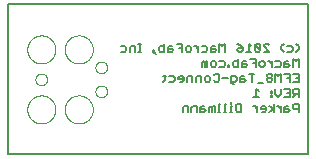
<source format=gbo>
G75*
%MOIN*%
%OFA0B0*%
%FSLAX25Y25*%
%IPPOS*%
%LPD*%
%AMOC8*
5,1,8,0,0,1.08239X$1,22.5*
%
%ADD10C,0.00500*%
%ADD11C,0.00000*%
D10*
X0003750Y0001400D02*
X0003750Y0051400D01*
X0103750Y0051400D01*
X0103750Y0001400D01*
X0003750Y0001400D01*
X0055401Y0025650D02*
X0055852Y0026100D01*
X0055852Y0027902D01*
X0056302Y0027452D02*
X0055401Y0027452D01*
X0057447Y0027452D02*
X0058798Y0027452D01*
X0059249Y0027001D01*
X0059249Y0026100D01*
X0058798Y0025650D01*
X0057447Y0025650D01*
X0060394Y0026551D02*
X0060394Y0027001D01*
X0060844Y0027452D01*
X0061745Y0027452D01*
X0062195Y0027001D01*
X0062195Y0026100D01*
X0061745Y0025650D01*
X0060844Y0025650D01*
X0060394Y0026551D02*
X0062195Y0026551D01*
X0063340Y0027001D02*
X0063340Y0025650D01*
X0065142Y0025650D02*
X0065142Y0027452D01*
X0063791Y0027452D01*
X0063340Y0027001D01*
X0066287Y0027001D02*
X0066287Y0025650D01*
X0068088Y0025650D02*
X0068088Y0027452D01*
X0066737Y0027452D01*
X0066287Y0027001D01*
X0069233Y0027001D02*
X0069233Y0026100D01*
X0069684Y0025650D01*
X0070584Y0025650D01*
X0071035Y0026100D01*
X0071035Y0027001D01*
X0070584Y0027452D01*
X0069684Y0027452D01*
X0069233Y0027001D01*
X0072180Y0026100D02*
X0072630Y0025650D01*
X0073531Y0025650D01*
X0073981Y0026100D01*
X0073981Y0027902D01*
X0073531Y0028352D01*
X0072630Y0028352D01*
X0072180Y0027902D01*
X0075126Y0027001D02*
X0076928Y0027001D01*
X0078073Y0027452D02*
X0079424Y0027452D01*
X0079874Y0027001D01*
X0079874Y0026100D01*
X0079424Y0025650D01*
X0078073Y0025650D01*
X0078073Y0025200D02*
X0078073Y0027452D01*
X0081019Y0027001D02*
X0081019Y0025650D01*
X0082371Y0025650D01*
X0082821Y0026100D01*
X0082371Y0026551D01*
X0081019Y0026551D01*
X0081019Y0027001D02*
X0081470Y0027452D01*
X0082371Y0027452D01*
X0083966Y0028352D02*
X0085767Y0028352D01*
X0084867Y0028352D02*
X0084867Y0025650D01*
X0086912Y0025200D02*
X0088714Y0025200D01*
X0089859Y0026100D02*
X0090309Y0025650D01*
X0091210Y0025650D01*
X0091660Y0026100D01*
X0091660Y0026551D01*
X0091210Y0027001D01*
X0090309Y0027001D01*
X0089859Y0026551D01*
X0089859Y0026100D01*
X0090309Y0027001D02*
X0089859Y0027452D01*
X0089859Y0027902D01*
X0090309Y0028352D01*
X0091210Y0028352D01*
X0091660Y0027902D01*
X0091660Y0027452D01*
X0091210Y0027001D01*
X0092805Y0028352D02*
X0092805Y0025650D01*
X0094607Y0025650D02*
X0094607Y0028352D01*
X0093706Y0027452D01*
X0092805Y0028352D01*
X0095752Y0028352D02*
X0097553Y0028352D01*
X0097553Y0025650D01*
X0098698Y0025650D02*
X0100500Y0025650D01*
X0100500Y0028352D01*
X0098698Y0028352D01*
X0099599Y0027001D02*
X0100500Y0027001D01*
X0097553Y0027001D02*
X0096653Y0027001D01*
X0097103Y0030650D02*
X0095752Y0030650D01*
X0095752Y0032001D01*
X0096202Y0032452D01*
X0097103Y0032452D01*
X0097103Y0031551D02*
X0095752Y0031551D01*
X0094607Y0032001D02*
X0094607Y0031100D01*
X0094157Y0030650D01*
X0092805Y0030650D01*
X0091660Y0030650D02*
X0091660Y0032452D01*
X0090760Y0032452D02*
X0090309Y0032452D01*
X0090760Y0032452D02*
X0091660Y0031551D01*
X0092805Y0032452D02*
X0094157Y0032452D01*
X0094607Y0032001D01*
X0097103Y0031551D02*
X0097553Y0031100D01*
X0097103Y0030650D01*
X0098698Y0030650D02*
X0098698Y0033352D01*
X0099599Y0032452D01*
X0100500Y0033352D01*
X0100500Y0030650D01*
X0099599Y0035650D02*
X0100500Y0036551D01*
X0100500Y0037452D01*
X0099599Y0038352D01*
X0098536Y0037001D02*
X0098085Y0037452D01*
X0096734Y0037452D01*
X0095589Y0038352D02*
X0094688Y0037452D01*
X0094688Y0036551D01*
X0095589Y0035650D01*
X0096734Y0035650D02*
X0098085Y0035650D01*
X0098536Y0036100D01*
X0098536Y0037001D01*
X0090678Y0037902D02*
X0090228Y0038352D01*
X0089327Y0038352D01*
X0088877Y0037902D01*
X0088877Y0037452D01*
X0090678Y0035650D01*
X0088877Y0035650D01*
X0087732Y0036100D02*
X0087281Y0035650D01*
X0086381Y0035650D01*
X0085930Y0036100D01*
X0085930Y0037902D01*
X0087732Y0036100D01*
X0087732Y0037902D01*
X0087281Y0038352D01*
X0086381Y0038352D01*
X0085930Y0037902D01*
X0084785Y0037452D02*
X0083884Y0038352D01*
X0083884Y0035650D01*
X0082984Y0035650D02*
X0084785Y0035650D01*
X0081839Y0036100D02*
X0081839Y0037001D01*
X0080488Y0037001D01*
X0080037Y0036551D01*
X0080037Y0036100D01*
X0080488Y0035650D01*
X0081388Y0035650D01*
X0081839Y0036100D01*
X0081839Y0037001D02*
X0080938Y0037902D01*
X0080037Y0038352D01*
X0075946Y0038352D02*
X0075045Y0037452D01*
X0074144Y0038352D01*
X0074144Y0035650D01*
X0072999Y0036100D02*
X0072549Y0036551D01*
X0071198Y0036551D01*
X0071198Y0037001D02*
X0071198Y0035650D01*
X0072549Y0035650D01*
X0072999Y0036100D01*
X0072549Y0037452D02*
X0071648Y0037452D01*
X0071198Y0037001D01*
X0070053Y0037001D02*
X0070053Y0036100D01*
X0069602Y0035650D01*
X0068251Y0035650D01*
X0067106Y0035650D02*
X0067106Y0037452D01*
X0067106Y0036551D02*
X0066205Y0037452D01*
X0065755Y0037452D01*
X0064651Y0037001D02*
X0064651Y0036100D01*
X0064200Y0035650D01*
X0063300Y0035650D01*
X0062849Y0036100D01*
X0062849Y0037001D01*
X0063300Y0037452D01*
X0064200Y0037452D01*
X0064651Y0037001D01*
X0061704Y0037001D02*
X0060803Y0037001D01*
X0061704Y0038352D02*
X0059903Y0038352D01*
X0061704Y0038352D02*
X0061704Y0035650D01*
X0058758Y0036100D02*
X0058307Y0035650D01*
X0056956Y0035650D01*
X0056956Y0037001D01*
X0057407Y0037452D01*
X0058307Y0037452D01*
X0058307Y0036551D02*
X0056956Y0036551D01*
X0055811Y0037452D02*
X0054460Y0037452D01*
X0054010Y0037001D01*
X0054010Y0036100D01*
X0054460Y0035650D01*
X0055811Y0035650D01*
X0055811Y0038352D01*
X0058307Y0036551D02*
X0058758Y0036100D01*
X0052865Y0034749D02*
X0051964Y0035650D01*
X0052414Y0035650D01*
X0052414Y0036100D01*
X0051964Y0036100D01*
X0051964Y0035650D01*
X0047954Y0035650D02*
X0047053Y0035650D01*
X0047503Y0035650D02*
X0047503Y0038352D01*
X0047053Y0038352D02*
X0047954Y0038352D01*
X0045989Y0037452D02*
X0044638Y0037452D01*
X0044188Y0037001D01*
X0044188Y0035650D01*
X0043043Y0036100D02*
X0042593Y0035650D01*
X0041241Y0035650D01*
X0043043Y0036100D02*
X0043043Y0037001D01*
X0042593Y0037452D01*
X0041241Y0037452D01*
X0045989Y0037452D02*
X0045989Y0035650D01*
X0068251Y0037452D02*
X0069602Y0037452D01*
X0070053Y0037001D01*
X0075946Y0035650D02*
X0075946Y0038352D01*
X0080365Y0033352D02*
X0080365Y0030650D01*
X0079014Y0030650D01*
X0078564Y0031100D01*
X0078564Y0032001D01*
X0079014Y0032452D01*
X0080365Y0032452D01*
X0081510Y0032001D02*
X0081510Y0030650D01*
X0082862Y0030650D01*
X0083312Y0031100D01*
X0082862Y0031551D01*
X0081510Y0031551D01*
X0081510Y0032001D02*
X0081961Y0032452D01*
X0082862Y0032452D01*
X0084457Y0033352D02*
X0086259Y0033352D01*
X0086259Y0030650D01*
X0087403Y0031100D02*
X0087403Y0032001D01*
X0087854Y0032452D01*
X0088755Y0032452D01*
X0089205Y0032001D01*
X0089205Y0031100D01*
X0088755Y0030650D01*
X0087854Y0030650D01*
X0087403Y0031100D01*
X0086259Y0032001D02*
X0085358Y0032001D01*
X0077419Y0031100D02*
X0076969Y0031100D01*
X0076969Y0030650D01*
X0077419Y0030650D01*
X0077419Y0031100D01*
X0075946Y0031100D02*
X0075946Y0032001D01*
X0075495Y0032452D01*
X0074144Y0032452D01*
X0072999Y0032001D02*
X0072999Y0031100D01*
X0072549Y0030650D01*
X0071648Y0030650D01*
X0071198Y0031100D01*
X0071198Y0032001D01*
X0071648Y0032452D01*
X0072549Y0032452D01*
X0072999Y0032001D01*
X0074144Y0030650D02*
X0075495Y0030650D01*
X0075946Y0031100D01*
X0070053Y0030650D02*
X0070053Y0032452D01*
X0069602Y0032452D01*
X0069152Y0032001D01*
X0068702Y0032452D01*
X0068251Y0032001D01*
X0068251Y0030650D01*
X0069152Y0030650D02*
X0069152Y0032001D01*
X0078073Y0025200D02*
X0078523Y0024749D01*
X0078974Y0024749D01*
X0086340Y0023352D02*
X0086340Y0020650D01*
X0087241Y0020650D02*
X0085439Y0020650D01*
X0087241Y0022452D02*
X0086340Y0023352D01*
X0091210Y0022452D02*
X0091210Y0022001D01*
X0091660Y0022001D01*
X0091660Y0022452D01*
X0091210Y0022452D01*
X0092805Y0021551D02*
X0092805Y0023352D01*
X0094607Y0023352D02*
X0094607Y0021551D01*
X0093706Y0020650D01*
X0092805Y0021551D01*
X0091660Y0021100D02*
X0091660Y0020650D01*
X0091210Y0020650D01*
X0091210Y0021100D01*
X0091660Y0021100D01*
X0095752Y0020650D02*
X0097553Y0020650D01*
X0097553Y0023352D01*
X0095752Y0023352D01*
X0096653Y0022001D02*
X0097553Y0022001D01*
X0098698Y0022001D02*
X0099149Y0021551D01*
X0100500Y0021551D01*
X0099599Y0021551D02*
X0098698Y0020650D01*
X0098698Y0022001D02*
X0098698Y0022902D01*
X0099149Y0023352D01*
X0100500Y0023352D01*
X0100500Y0020650D01*
X0100500Y0018352D02*
X0099149Y0018352D01*
X0098698Y0017902D01*
X0098698Y0017001D01*
X0099149Y0016551D01*
X0100500Y0016551D01*
X0100500Y0015650D02*
X0100500Y0018352D01*
X0097103Y0017452D02*
X0096202Y0017452D01*
X0095752Y0017001D01*
X0095752Y0015650D01*
X0097103Y0015650D01*
X0097553Y0016100D01*
X0097103Y0016551D01*
X0095752Y0016551D01*
X0094607Y0016551D02*
X0093706Y0017452D01*
X0093256Y0017452D01*
X0094607Y0017452D02*
X0094607Y0015650D01*
X0092152Y0015650D02*
X0092152Y0018352D01*
X0090800Y0017452D02*
X0092152Y0016551D01*
X0090800Y0015650D01*
X0089696Y0016100D02*
X0089696Y0017001D01*
X0089246Y0017452D01*
X0088345Y0017452D01*
X0087895Y0017001D01*
X0087895Y0016551D01*
X0089696Y0016551D01*
X0089696Y0016100D02*
X0089246Y0015650D01*
X0088345Y0015650D01*
X0086750Y0015650D02*
X0086750Y0017452D01*
X0085849Y0017452D02*
X0085398Y0017452D01*
X0085849Y0017452D02*
X0086750Y0016551D01*
X0081348Y0015650D02*
X0079997Y0015650D01*
X0079546Y0016100D01*
X0079546Y0017902D01*
X0079997Y0018352D01*
X0081348Y0018352D01*
X0081348Y0015650D01*
X0078401Y0015650D02*
X0077500Y0015650D01*
X0077951Y0015650D02*
X0077951Y0017452D01*
X0078401Y0017452D01*
X0077951Y0018352D02*
X0077951Y0018803D01*
X0076437Y0018352D02*
X0075986Y0018352D01*
X0075986Y0015650D01*
X0075536Y0015650D02*
X0076437Y0015650D01*
X0074472Y0015650D02*
X0073572Y0015650D01*
X0074022Y0015650D02*
X0074022Y0018352D01*
X0074472Y0018352D01*
X0072508Y0017452D02*
X0072058Y0017452D01*
X0071607Y0017001D01*
X0071157Y0017452D01*
X0070707Y0017001D01*
X0070707Y0015650D01*
X0071607Y0015650D02*
X0071607Y0017001D01*
X0072508Y0017452D02*
X0072508Y0015650D01*
X0069562Y0016100D02*
X0069111Y0015650D01*
X0067760Y0015650D01*
X0067760Y0017001D01*
X0068210Y0017452D01*
X0069111Y0017452D01*
X0069111Y0016551D02*
X0067760Y0016551D01*
X0069111Y0016551D02*
X0069562Y0016100D01*
X0066615Y0015650D02*
X0066615Y0017452D01*
X0065264Y0017452D01*
X0064814Y0017001D01*
X0064814Y0015650D01*
X0063669Y0015650D02*
X0063669Y0017452D01*
X0062317Y0017452D01*
X0061867Y0017001D01*
X0061867Y0015650D01*
D11*
X0032800Y0022400D02*
X0032802Y0022488D01*
X0032808Y0022576D01*
X0032818Y0022664D01*
X0032832Y0022751D01*
X0032850Y0022837D01*
X0032871Y0022922D01*
X0032897Y0023007D01*
X0032926Y0023090D01*
X0032959Y0023172D01*
X0032996Y0023252D01*
X0033036Y0023330D01*
X0033080Y0023407D01*
X0033127Y0023481D01*
X0033178Y0023553D01*
X0033231Y0023623D01*
X0033288Y0023691D01*
X0033348Y0023755D01*
X0033411Y0023817D01*
X0033476Y0023876D01*
X0033544Y0023932D01*
X0033615Y0023985D01*
X0033687Y0024035D01*
X0033762Y0024081D01*
X0033839Y0024124D01*
X0033918Y0024164D01*
X0033999Y0024199D01*
X0034081Y0024232D01*
X0034164Y0024260D01*
X0034249Y0024285D01*
X0034335Y0024305D01*
X0034421Y0024322D01*
X0034508Y0024335D01*
X0034596Y0024344D01*
X0034684Y0024349D01*
X0034772Y0024350D01*
X0034860Y0024347D01*
X0034948Y0024340D01*
X0035035Y0024329D01*
X0035122Y0024314D01*
X0035208Y0024295D01*
X0035294Y0024273D01*
X0035378Y0024246D01*
X0035460Y0024216D01*
X0035542Y0024182D01*
X0035622Y0024144D01*
X0035699Y0024103D01*
X0035775Y0024059D01*
X0035849Y0024011D01*
X0035921Y0023959D01*
X0035990Y0023905D01*
X0036057Y0023847D01*
X0036121Y0023787D01*
X0036182Y0023723D01*
X0036241Y0023657D01*
X0036296Y0023589D01*
X0036348Y0023517D01*
X0036397Y0023444D01*
X0036442Y0023369D01*
X0036484Y0023291D01*
X0036523Y0023212D01*
X0036558Y0023131D01*
X0036589Y0023048D01*
X0036616Y0022965D01*
X0036640Y0022880D01*
X0036660Y0022794D01*
X0036676Y0022707D01*
X0036688Y0022620D01*
X0036696Y0022532D01*
X0036700Y0022444D01*
X0036700Y0022356D01*
X0036696Y0022268D01*
X0036688Y0022180D01*
X0036676Y0022093D01*
X0036660Y0022006D01*
X0036640Y0021920D01*
X0036616Y0021835D01*
X0036589Y0021752D01*
X0036558Y0021669D01*
X0036523Y0021588D01*
X0036484Y0021509D01*
X0036442Y0021431D01*
X0036397Y0021356D01*
X0036348Y0021283D01*
X0036296Y0021211D01*
X0036241Y0021143D01*
X0036182Y0021077D01*
X0036121Y0021013D01*
X0036057Y0020953D01*
X0035990Y0020895D01*
X0035921Y0020841D01*
X0035849Y0020789D01*
X0035775Y0020741D01*
X0035699Y0020697D01*
X0035622Y0020656D01*
X0035542Y0020618D01*
X0035460Y0020584D01*
X0035378Y0020554D01*
X0035294Y0020527D01*
X0035208Y0020505D01*
X0035122Y0020486D01*
X0035035Y0020471D01*
X0034948Y0020460D01*
X0034860Y0020453D01*
X0034772Y0020450D01*
X0034684Y0020451D01*
X0034596Y0020456D01*
X0034508Y0020465D01*
X0034421Y0020478D01*
X0034335Y0020495D01*
X0034249Y0020515D01*
X0034164Y0020540D01*
X0034081Y0020568D01*
X0033999Y0020601D01*
X0033918Y0020636D01*
X0033839Y0020676D01*
X0033762Y0020719D01*
X0033687Y0020765D01*
X0033615Y0020815D01*
X0033544Y0020868D01*
X0033476Y0020924D01*
X0033411Y0020983D01*
X0033348Y0021045D01*
X0033288Y0021109D01*
X0033231Y0021177D01*
X0033178Y0021247D01*
X0033127Y0021319D01*
X0033080Y0021393D01*
X0033036Y0021470D01*
X0032996Y0021548D01*
X0032959Y0021628D01*
X0032926Y0021710D01*
X0032897Y0021793D01*
X0032871Y0021878D01*
X0032850Y0021963D01*
X0032832Y0022049D01*
X0032818Y0022136D01*
X0032808Y0022224D01*
X0032802Y0022312D01*
X0032800Y0022400D01*
X0022575Y0016400D02*
X0022577Y0016537D01*
X0022583Y0016673D01*
X0022593Y0016809D01*
X0022607Y0016945D01*
X0022625Y0017081D01*
X0022647Y0017216D01*
X0022672Y0017350D01*
X0022702Y0017483D01*
X0022736Y0017615D01*
X0022773Y0017747D01*
X0022814Y0017877D01*
X0022860Y0018006D01*
X0022908Y0018134D01*
X0022961Y0018260D01*
X0023017Y0018384D01*
X0023077Y0018507D01*
X0023140Y0018628D01*
X0023207Y0018747D01*
X0023277Y0018864D01*
X0023351Y0018980D01*
X0023428Y0019092D01*
X0023508Y0019203D01*
X0023592Y0019311D01*
X0023679Y0019417D01*
X0023768Y0019520D01*
X0023861Y0019620D01*
X0023956Y0019718D01*
X0024055Y0019813D01*
X0024156Y0019905D01*
X0024260Y0019993D01*
X0024366Y0020079D01*
X0024475Y0020162D01*
X0024586Y0020241D01*
X0024699Y0020318D01*
X0024815Y0020391D01*
X0024932Y0020460D01*
X0025052Y0020526D01*
X0025173Y0020588D01*
X0025297Y0020647D01*
X0025422Y0020703D01*
X0025548Y0020754D01*
X0025676Y0020802D01*
X0025805Y0020846D01*
X0025936Y0020887D01*
X0026068Y0020923D01*
X0026200Y0020956D01*
X0026334Y0020984D01*
X0026468Y0021009D01*
X0026603Y0021030D01*
X0026739Y0021047D01*
X0026875Y0021060D01*
X0027011Y0021069D01*
X0027148Y0021074D01*
X0027284Y0021075D01*
X0027421Y0021072D01*
X0027557Y0021065D01*
X0027693Y0021054D01*
X0027829Y0021039D01*
X0027964Y0021020D01*
X0028099Y0020997D01*
X0028233Y0020970D01*
X0028366Y0020940D01*
X0028498Y0020905D01*
X0028630Y0020867D01*
X0028759Y0020825D01*
X0028888Y0020779D01*
X0029015Y0020729D01*
X0029141Y0020675D01*
X0029265Y0020618D01*
X0029388Y0020558D01*
X0029508Y0020493D01*
X0029627Y0020426D01*
X0029743Y0020355D01*
X0029858Y0020280D01*
X0029970Y0020202D01*
X0030080Y0020121D01*
X0030188Y0020037D01*
X0030293Y0019949D01*
X0030395Y0019859D01*
X0030495Y0019766D01*
X0030592Y0019669D01*
X0030686Y0019570D01*
X0030777Y0019469D01*
X0030865Y0019364D01*
X0030950Y0019257D01*
X0031032Y0019148D01*
X0031111Y0019036D01*
X0031186Y0018922D01*
X0031258Y0018806D01*
X0031327Y0018688D01*
X0031392Y0018568D01*
X0031454Y0018446D01*
X0031512Y0018322D01*
X0031566Y0018197D01*
X0031617Y0018070D01*
X0031663Y0017942D01*
X0031707Y0017812D01*
X0031746Y0017681D01*
X0031782Y0017549D01*
X0031813Y0017416D01*
X0031841Y0017283D01*
X0031865Y0017148D01*
X0031885Y0017013D01*
X0031901Y0016877D01*
X0031913Y0016741D01*
X0031921Y0016605D01*
X0031925Y0016468D01*
X0031925Y0016332D01*
X0031921Y0016195D01*
X0031913Y0016059D01*
X0031901Y0015923D01*
X0031885Y0015787D01*
X0031865Y0015652D01*
X0031841Y0015517D01*
X0031813Y0015384D01*
X0031782Y0015251D01*
X0031746Y0015119D01*
X0031707Y0014988D01*
X0031663Y0014858D01*
X0031617Y0014730D01*
X0031566Y0014603D01*
X0031512Y0014478D01*
X0031454Y0014354D01*
X0031392Y0014232D01*
X0031327Y0014112D01*
X0031258Y0013994D01*
X0031186Y0013878D01*
X0031111Y0013764D01*
X0031032Y0013652D01*
X0030950Y0013543D01*
X0030865Y0013436D01*
X0030777Y0013331D01*
X0030686Y0013230D01*
X0030592Y0013131D01*
X0030495Y0013034D01*
X0030395Y0012941D01*
X0030293Y0012851D01*
X0030188Y0012763D01*
X0030080Y0012679D01*
X0029970Y0012598D01*
X0029858Y0012520D01*
X0029743Y0012445D01*
X0029627Y0012374D01*
X0029508Y0012307D01*
X0029388Y0012242D01*
X0029265Y0012182D01*
X0029141Y0012125D01*
X0029015Y0012071D01*
X0028888Y0012021D01*
X0028759Y0011975D01*
X0028630Y0011933D01*
X0028498Y0011895D01*
X0028366Y0011860D01*
X0028233Y0011830D01*
X0028099Y0011803D01*
X0027964Y0011780D01*
X0027829Y0011761D01*
X0027693Y0011746D01*
X0027557Y0011735D01*
X0027421Y0011728D01*
X0027284Y0011725D01*
X0027148Y0011726D01*
X0027011Y0011731D01*
X0026875Y0011740D01*
X0026739Y0011753D01*
X0026603Y0011770D01*
X0026468Y0011791D01*
X0026334Y0011816D01*
X0026200Y0011844D01*
X0026068Y0011877D01*
X0025936Y0011913D01*
X0025805Y0011954D01*
X0025676Y0011998D01*
X0025548Y0012046D01*
X0025422Y0012097D01*
X0025297Y0012153D01*
X0025173Y0012212D01*
X0025052Y0012274D01*
X0024932Y0012340D01*
X0024815Y0012409D01*
X0024699Y0012482D01*
X0024586Y0012559D01*
X0024475Y0012638D01*
X0024366Y0012721D01*
X0024260Y0012807D01*
X0024156Y0012895D01*
X0024055Y0012987D01*
X0023956Y0013082D01*
X0023861Y0013180D01*
X0023768Y0013280D01*
X0023679Y0013383D01*
X0023592Y0013489D01*
X0023508Y0013597D01*
X0023428Y0013708D01*
X0023351Y0013820D01*
X0023277Y0013936D01*
X0023207Y0014053D01*
X0023140Y0014172D01*
X0023077Y0014293D01*
X0023017Y0014416D01*
X0022961Y0014540D01*
X0022908Y0014666D01*
X0022860Y0014794D01*
X0022814Y0014923D01*
X0022773Y0015053D01*
X0022736Y0015185D01*
X0022702Y0015317D01*
X0022672Y0015450D01*
X0022647Y0015584D01*
X0022625Y0015719D01*
X0022607Y0015855D01*
X0022593Y0015991D01*
X0022583Y0016127D01*
X0022577Y0016263D01*
X0022575Y0016400D01*
X0010075Y0016400D02*
X0010077Y0016537D01*
X0010083Y0016673D01*
X0010093Y0016809D01*
X0010107Y0016945D01*
X0010125Y0017081D01*
X0010147Y0017216D01*
X0010172Y0017350D01*
X0010202Y0017483D01*
X0010236Y0017615D01*
X0010273Y0017747D01*
X0010314Y0017877D01*
X0010360Y0018006D01*
X0010408Y0018134D01*
X0010461Y0018260D01*
X0010517Y0018384D01*
X0010577Y0018507D01*
X0010640Y0018628D01*
X0010707Y0018747D01*
X0010777Y0018864D01*
X0010851Y0018980D01*
X0010928Y0019092D01*
X0011008Y0019203D01*
X0011092Y0019311D01*
X0011179Y0019417D01*
X0011268Y0019520D01*
X0011361Y0019620D01*
X0011456Y0019718D01*
X0011555Y0019813D01*
X0011656Y0019905D01*
X0011760Y0019993D01*
X0011866Y0020079D01*
X0011975Y0020162D01*
X0012086Y0020241D01*
X0012199Y0020318D01*
X0012315Y0020391D01*
X0012432Y0020460D01*
X0012552Y0020526D01*
X0012673Y0020588D01*
X0012797Y0020647D01*
X0012922Y0020703D01*
X0013048Y0020754D01*
X0013176Y0020802D01*
X0013305Y0020846D01*
X0013436Y0020887D01*
X0013568Y0020923D01*
X0013700Y0020956D01*
X0013834Y0020984D01*
X0013968Y0021009D01*
X0014103Y0021030D01*
X0014239Y0021047D01*
X0014375Y0021060D01*
X0014511Y0021069D01*
X0014648Y0021074D01*
X0014784Y0021075D01*
X0014921Y0021072D01*
X0015057Y0021065D01*
X0015193Y0021054D01*
X0015329Y0021039D01*
X0015464Y0021020D01*
X0015599Y0020997D01*
X0015733Y0020970D01*
X0015866Y0020940D01*
X0015998Y0020905D01*
X0016130Y0020867D01*
X0016259Y0020825D01*
X0016388Y0020779D01*
X0016515Y0020729D01*
X0016641Y0020675D01*
X0016765Y0020618D01*
X0016888Y0020558D01*
X0017008Y0020493D01*
X0017127Y0020426D01*
X0017243Y0020355D01*
X0017358Y0020280D01*
X0017470Y0020202D01*
X0017580Y0020121D01*
X0017688Y0020037D01*
X0017793Y0019949D01*
X0017895Y0019859D01*
X0017995Y0019766D01*
X0018092Y0019669D01*
X0018186Y0019570D01*
X0018277Y0019469D01*
X0018365Y0019364D01*
X0018450Y0019257D01*
X0018532Y0019148D01*
X0018611Y0019036D01*
X0018686Y0018922D01*
X0018758Y0018806D01*
X0018827Y0018688D01*
X0018892Y0018568D01*
X0018954Y0018446D01*
X0019012Y0018322D01*
X0019066Y0018197D01*
X0019117Y0018070D01*
X0019163Y0017942D01*
X0019207Y0017812D01*
X0019246Y0017681D01*
X0019282Y0017549D01*
X0019313Y0017416D01*
X0019341Y0017283D01*
X0019365Y0017148D01*
X0019385Y0017013D01*
X0019401Y0016877D01*
X0019413Y0016741D01*
X0019421Y0016605D01*
X0019425Y0016468D01*
X0019425Y0016332D01*
X0019421Y0016195D01*
X0019413Y0016059D01*
X0019401Y0015923D01*
X0019385Y0015787D01*
X0019365Y0015652D01*
X0019341Y0015517D01*
X0019313Y0015384D01*
X0019282Y0015251D01*
X0019246Y0015119D01*
X0019207Y0014988D01*
X0019163Y0014858D01*
X0019117Y0014730D01*
X0019066Y0014603D01*
X0019012Y0014478D01*
X0018954Y0014354D01*
X0018892Y0014232D01*
X0018827Y0014112D01*
X0018758Y0013994D01*
X0018686Y0013878D01*
X0018611Y0013764D01*
X0018532Y0013652D01*
X0018450Y0013543D01*
X0018365Y0013436D01*
X0018277Y0013331D01*
X0018186Y0013230D01*
X0018092Y0013131D01*
X0017995Y0013034D01*
X0017895Y0012941D01*
X0017793Y0012851D01*
X0017688Y0012763D01*
X0017580Y0012679D01*
X0017470Y0012598D01*
X0017358Y0012520D01*
X0017243Y0012445D01*
X0017127Y0012374D01*
X0017008Y0012307D01*
X0016888Y0012242D01*
X0016765Y0012182D01*
X0016641Y0012125D01*
X0016515Y0012071D01*
X0016388Y0012021D01*
X0016259Y0011975D01*
X0016130Y0011933D01*
X0015998Y0011895D01*
X0015866Y0011860D01*
X0015733Y0011830D01*
X0015599Y0011803D01*
X0015464Y0011780D01*
X0015329Y0011761D01*
X0015193Y0011746D01*
X0015057Y0011735D01*
X0014921Y0011728D01*
X0014784Y0011725D01*
X0014648Y0011726D01*
X0014511Y0011731D01*
X0014375Y0011740D01*
X0014239Y0011753D01*
X0014103Y0011770D01*
X0013968Y0011791D01*
X0013834Y0011816D01*
X0013700Y0011844D01*
X0013568Y0011877D01*
X0013436Y0011913D01*
X0013305Y0011954D01*
X0013176Y0011998D01*
X0013048Y0012046D01*
X0012922Y0012097D01*
X0012797Y0012153D01*
X0012673Y0012212D01*
X0012552Y0012274D01*
X0012432Y0012340D01*
X0012315Y0012409D01*
X0012199Y0012482D01*
X0012086Y0012559D01*
X0011975Y0012638D01*
X0011866Y0012721D01*
X0011760Y0012807D01*
X0011656Y0012895D01*
X0011555Y0012987D01*
X0011456Y0013082D01*
X0011361Y0013180D01*
X0011268Y0013280D01*
X0011179Y0013383D01*
X0011092Y0013489D01*
X0011008Y0013597D01*
X0010928Y0013708D01*
X0010851Y0013820D01*
X0010777Y0013936D01*
X0010707Y0014053D01*
X0010640Y0014172D01*
X0010577Y0014293D01*
X0010517Y0014416D01*
X0010461Y0014540D01*
X0010408Y0014666D01*
X0010360Y0014794D01*
X0010314Y0014923D01*
X0010273Y0015053D01*
X0010236Y0015185D01*
X0010202Y0015317D01*
X0010172Y0015450D01*
X0010147Y0015584D01*
X0010125Y0015719D01*
X0010107Y0015855D01*
X0010093Y0015991D01*
X0010083Y0016127D01*
X0010077Y0016263D01*
X0010075Y0016400D01*
X0012800Y0026400D02*
X0012802Y0026488D01*
X0012808Y0026576D01*
X0012818Y0026664D01*
X0012832Y0026751D01*
X0012850Y0026837D01*
X0012871Y0026922D01*
X0012897Y0027007D01*
X0012926Y0027090D01*
X0012959Y0027172D01*
X0012996Y0027252D01*
X0013036Y0027330D01*
X0013080Y0027407D01*
X0013127Y0027481D01*
X0013178Y0027553D01*
X0013231Y0027623D01*
X0013288Y0027691D01*
X0013348Y0027755D01*
X0013411Y0027817D01*
X0013476Y0027876D01*
X0013544Y0027932D01*
X0013615Y0027985D01*
X0013687Y0028035D01*
X0013762Y0028081D01*
X0013839Y0028124D01*
X0013918Y0028164D01*
X0013999Y0028199D01*
X0014081Y0028232D01*
X0014164Y0028260D01*
X0014249Y0028285D01*
X0014335Y0028305D01*
X0014421Y0028322D01*
X0014508Y0028335D01*
X0014596Y0028344D01*
X0014684Y0028349D01*
X0014772Y0028350D01*
X0014860Y0028347D01*
X0014948Y0028340D01*
X0015035Y0028329D01*
X0015122Y0028314D01*
X0015208Y0028295D01*
X0015294Y0028273D01*
X0015378Y0028246D01*
X0015460Y0028216D01*
X0015542Y0028182D01*
X0015622Y0028144D01*
X0015699Y0028103D01*
X0015775Y0028059D01*
X0015849Y0028011D01*
X0015921Y0027959D01*
X0015990Y0027905D01*
X0016057Y0027847D01*
X0016121Y0027787D01*
X0016182Y0027723D01*
X0016241Y0027657D01*
X0016296Y0027589D01*
X0016348Y0027517D01*
X0016397Y0027444D01*
X0016442Y0027369D01*
X0016484Y0027291D01*
X0016523Y0027212D01*
X0016558Y0027131D01*
X0016589Y0027048D01*
X0016616Y0026965D01*
X0016640Y0026880D01*
X0016660Y0026794D01*
X0016676Y0026707D01*
X0016688Y0026620D01*
X0016696Y0026532D01*
X0016700Y0026444D01*
X0016700Y0026356D01*
X0016696Y0026268D01*
X0016688Y0026180D01*
X0016676Y0026093D01*
X0016660Y0026006D01*
X0016640Y0025920D01*
X0016616Y0025835D01*
X0016589Y0025752D01*
X0016558Y0025669D01*
X0016523Y0025588D01*
X0016484Y0025509D01*
X0016442Y0025431D01*
X0016397Y0025356D01*
X0016348Y0025283D01*
X0016296Y0025211D01*
X0016241Y0025143D01*
X0016182Y0025077D01*
X0016121Y0025013D01*
X0016057Y0024953D01*
X0015990Y0024895D01*
X0015921Y0024841D01*
X0015849Y0024789D01*
X0015775Y0024741D01*
X0015699Y0024697D01*
X0015622Y0024656D01*
X0015542Y0024618D01*
X0015460Y0024584D01*
X0015378Y0024554D01*
X0015294Y0024527D01*
X0015208Y0024505D01*
X0015122Y0024486D01*
X0015035Y0024471D01*
X0014948Y0024460D01*
X0014860Y0024453D01*
X0014772Y0024450D01*
X0014684Y0024451D01*
X0014596Y0024456D01*
X0014508Y0024465D01*
X0014421Y0024478D01*
X0014335Y0024495D01*
X0014249Y0024515D01*
X0014164Y0024540D01*
X0014081Y0024568D01*
X0013999Y0024601D01*
X0013918Y0024636D01*
X0013839Y0024676D01*
X0013762Y0024719D01*
X0013687Y0024765D01*
X0013615Y0024815D01*
X0013544Y0024868D01*
X0013476Y0024924D01*
X0013411Y0024983D01*
X0013348Y0025045D01*
X0013288Y0025109D01*
X0013231Y0025177D01*
X0013178Y0025247D01*
X0013127Y0025319D01*
X0013080Y0025393D01*
X0013036Y0025470D01*
X0012996Y0025548D01*
X0012959Y0025628D01*
X0012926Y0025710D01*
X0012897Y0025793D01*
X0012871Y0025878D01*
X0012850Y0025963D01*
X0012832Y0026049D01*
X0012818Y0026136D01*
X0012808Y0026224D01*
X0012802Y0026312D01*
X0012800Y0026400D01*
X0010075Y0036400D02*
X0010077Y0036537D01*
X0010083Y0036673D01*
X0010093Y0036809D01*
X0010107Y0036945D01*
X0010125Y0037081D01*
X0010147Y0037216D01*
X0010172Y0037350D01*
X0010202Y0037483D01*
X0010236Y0037615D01*
X0010273Y0037747D01*
X0010314Y0037877D01*
X0010360Y0038006D01*
X0010408Y0038134D01*
X0010461Y0038260D01*
X0010517Y0038384D01*
X0010577Y0038507D01*
X0010640Y0038628D01*
X0010707Y0038747D01*
X0010777Y0038864D01*
X0010851Y0038980D01*
X0010928Y0039092D01*
X0011008Y0039203D01*
X0011092Y0039311D01*
X0011179Y0039417D01*
X0011268Y0039520D01*
X0011361Y0039620D01*
X0011456Y0039718D01*
X0011555Y0039813D01*
X0011656Y0039905D01*
X0011760Y0039993D01*
X0011866Y0040079D01*
X0011975Y0040162D01*
X0012086Y0040241D01*
X0012199Y0040318D01*
X0012315Y0040391D01*
X0012432Y0040460D01*
X0012552Y0040526D01*
X0012673Y0040588D01*
X0012797Y0040647D01*
X0012922Y0040703D01*
X0013048Y0040754D01*
X0013176Y0040802D01*
X0013305Y0040846D01*
X0013436Y0040887D01*
X0013568Y0040923D01*
X0013700Y0040956D01*
X0013834Y0040984D01*
X0013968Y0041009D01*
X0014103Y0041030D01*
X0014239Y0041047D01*
X0014375Y0041060D01*
X0014511Y0041069D01*
X0014648Y0041074D01*
X0014784Y0041075D01*
X0014921Y0041072D01*
X0015057Y0041065D01*
X0015193Y0041054D01*
X0015329Y0041039D01*
X0015464Y0041020D01*
X0015599Y0040997D01*
X0015733Y0040970D01*
X0015866Y0040940D01*
X0015998Y0040905D01*
X0016130Y0040867D01*
X0016259Y0040825D01*
X0016388Y0040779D01*
X0016515Y0040729D01*
X0016641Y0040675D01*
X0016765Y0040618D01*
X0016888Y0040558D01*
X0017008Y0040493D01*
X0017127Y0040426D01*
X0017243Y0040355D01*
X0017358Y0040280D01*
X0017470Y0040202D01*
X0017580Y0040121D01*
X0017688Y0040037D01*
X0017793Y0039949D01*
X0017895Y0039859D01*
X0017995Y0039766D01*
X0018092Y0039669D01*
X0018186Y0039570D01*
X0018277Y0039469D01*
X0018365Y0039364D01*
X0018450Y0039257D01*
X0018532Y0039148D01*
X0018611Y0039036D01*
X0018686Y0038922D01*
X0018758Y0038806D01*
X0018827Y0038688D01*
X0018892Y0038568D01*
X0018954Y0038446D01*
X0019012Y0038322D01*
X0019066Y0038197D01*
X0019117Y0038070D01*
X0019163Y0037942D01*
X0019207Y0037812D01*
X0019246Y0037681D01*
X0019282Y0037549D01*
X0019313Y0037416D01*
X0019341Y0037283D01*
X0019365Y0037148D01*
X0019385Y0037013D01*
X0019401Y0036877D01*
X0019413Y0036741D01*
X0019421Y0036605D01*
X0019425Y0036468D01*
X0019425Y0036332D01*
X0019421Y0036195D01*
X0019413Y0036059D01*
X0019401Y0035923D01*
X0019385Y0035787D01*
X0019365Y0035652D01*
X0019341Y0035517D01*
X0019313Y0035384D01*
X0019282Y0035251D01*
X0019246Y0035119D01*
X0019207Y0034988D01*
X0019163Y0034858D01*
X0019117Y0034730D01*
X0019066Y0034603D01*
X0019012Y0034478D01*
X0018954Y0034354D01*
X0018892Y0034232D01*
X0018827Y0034112D01*
X0018758Y0033994D01*
X0018686Y0033878D01*
X0018611Y0033764D01*
X0018532Y0033652D01*
X0018450Y0033543D01*
X0018365Y0033436D01*
X0018277Y0033331D01*
X0018186Y0033230D01*
X0018092Y0033131D01*
X0017995Y0033034D01*
X0017895Y0032941D01*
X0017793Y0032851D01*
X0017688Y0032763D01*
X0017580Y0032679D01*
X0017470Y0032598D01*
X0017358Y0032520D01*
X0017243Y0032445D01*
X0017127Y0032374D01*
X0017008Y0032307D01*
X0016888Y0032242D01*
X0016765Y0032182D01*
X0016641Y0032125D01*
X0016515Y0032071D01*
X0016388Y0032021D01*
X0016259Y0031975D01*
X0016130Y0031933D01*
X0015998Y0031895D01*
X0015866Y0031860D01*
X0015733Y0031830D01*
X0015599Y0031803D01*
X0015464Y0031780D01*
X0015329Y0031761D01*
X0015193Y0031746D01*
X0015057Y0031735D01*
X0014921Y0031728D01*
X0014784Y0031725D01*
X0014648Y0031726D01*
X0014511Y0031731D01*
X0014375Y0031740D01*
X0014239Y0031753D01*
X0014103Y0031770D01*
X0013968Y0031791D01*
X0013834Y0031816D01*
X0013700Y0031844D01*
X0013568Y0031877D01*
X0013436Y0031913D01*
X0013305Y0031954D01*
X0013176Y0031998D01*
X0013048Y0032046D01*
X0012922Y0032097D01*
X0012797Y0032153D01*
X0012673Y0032212D01*
X0012552Y0032274D01*
X0012432Y0032340D01*
X0012315Y0032409D01*
X0012199Y0032482D01*
X0012086Y0032559D01*
X0011975Y0032638D01*
X0011866Y0032721D01*
X0011760Y0032807D01*
X0011656Y0032895D01*
X0011555Y0032987D01*
X0011456Y0033082D01*
X0011361Y0033180D01*
X0011268Y0033280D01*
X0011179Y0033383D01*
X0011092Y0033489D01*
X0011008Y0033597D01*
X0010928Y0033708D01*
X0010851Y0033820D01*
X0010777Y0033936D01*
X0010707Y0034053D01*
X0010640Y0034172D01*
X0010577Y0034293D01*
X0010517Y0034416D01*
X0010461Y0034540D01*
X0010408Y0034666D01*
X0010360Y0034794D01*
X0010314Y0034923D01*
X0010273Y0035053D01*
X0010236Y0035185D01*
X0010202Y0035317D01*
X0010172Y0035450D01*
X0010147Y0035584D01*
X0010125Y0035719D01*
X0010107Y0035855D01*
X0010093Y0035991D01*
X0010083Y0036127D01*
X0010077Y0036263D01*
X0010075Y0036400D01*
X0022575Y0036400D02*
X0022577Y0036537D01*
X0022583Y0036673D01*
X0022593Y0036809D01*
X0022607Y0036945D01*
X0022625Y0037081D01*
X0022647Y0037216D01*
X0022672Y0037350D01*
X0022702Y0037483D01*
X0022736Y0037615D01*
X0022773Y0037747D01*
X0022814Y0037877D01*
X0022860Y0038006D01*
X0022908Y0038134D01*
X0022961Y0038260D01*
X0023017Y0038384D01*
X0023077Y0038507D01*
X0023140Y0038628D01*
X0023207Y0038747D01*
X0023277Y0038864D01*
X0023351Y0038980D01*
X0023428Y0039092D01*
X0023508Y0039203D01*
X0023592Y0039311D01*
X0023679Y0039417D01*
X0023768Y0039520D01*
X0023861Y0039620D01*
X0023956Y0039718D01*
X0024055Y0039813D01*
X0024156Y0039905D01*
X0024260Y0039993D01*
X0024366Y0040079D01*
X0024475Y0040162D01*
X0024586Y0040241D01*
X0024699Y0040318D01*
X0024815Y0040391D01*
X0024932Y0040460D01*
X0025052Y0040526D01*
X0025173Y0040588D01*
X0025297Y0040647D01*
X0025422Y0040703D01*
X0025548Y0040754D01*
X0025676Y0040802D01*
X0025805Y0040846D01*
X0025936Y0040887D01*
X0026068Y0040923D01*
X0026200Y0040956D01*
X0026334Y0040984D01*
X0026468Y0041009D01*
X0026603Y0041030D01*
X0026739Y0041047D01*
X0026875Y0041060D01*
X0027011Y0041069D01*
X0027148Y0041074D01*
X0027284Y0041075D01*
X0027421Y0041072D01*
X0027557Y0041065D01*
X0027693Y0041054D01*
X0027829Y0041039D01*
X0027964Y0041020D01*
X0028099Y0040997D01*
X0028233Y0040970D01*
X0028366Y0040940D01*
X0028498Y0040905D01*
X0028630Y0040867D01*
X0028759Y0040825D01*
X0028888Y0040779D01*
X0029015Y0040729D01*
X0029141Y0040675D01*
X0029265Y0040618D01*
X0029388Y0040558D01*
X0029508Y0040493D01*
X0029627Y0040426D01*
X0029743Y0040355D01*
X0029858Y0040280D01*
X0029970Y0040202D01*
X0030080Y0040121D01*
X0030188Y0040037D01*
X0030293Y0039949D01*
X0030395Y0039859D01*
X0030495Y0039766D01*
X0030592Y0039669D01*
X0030686Y0039570D01*
X0030777Y0039469D01*
X0030865Y0039364D01*
X0030950Y0039257D01*
X0031032Y0039148D01*
X0031111Y0039036D01*
X0031186Y0038922D01*
X0031258Y0038806D01*
X0031327Y0038688D01*
X0031392Y0038568D01*
X0031454Y0038446D01*
X0031512Y0038322D01*
X0031566Y0038197D01*
X0031617Y0038070D01*
X0031663Y0037942D01*
X0031707Y0037812D01*
X0031746Y0037681D01*
X0031782Y0037549D01*
X0031813Y0037416D01*
X0031841Y0037283D01*
X0031865Y0037148D01*
X0031885Y0037013D01*
X0031901Y0036877D01*
X0031913Y0036741D01*
X0031921Y0036605D01*
X0031925Y0036468D01*
X0031925Y0036332D01*
X0031921Y0036195D01*
X0031913Y0036059D01*
X0031901Y0035923D01*
X0031885Y0035787D01*
X0031865Y0035652D01*
X0031841Y0035517D01*
X0031813Y0035384D01*
X0031782Y0035251D01*
X0031746Y0035119D01*
X0031707Y0034988D01*
X0031663Y0034858D01*
X0031617Y0034730D01*
X0031566Y0034603D01*
X0031512Y0034478D01*
X0031454Y0034354D01*
X0031392Y0034232D01*
X0031327Y0034112D01*
X0031258Y0033994D01*
X0031186Y0033878D01*
X0031111Y0033764D01*
X0031032Y0033652D01*
X0030950Y0033543D01*
X0030865Y0033436D01*
X0030777Y0033331D01*
X0030686Y0033230D01*
X0030592Y0033131D01*
X0030495Y0033034D01*
X0030395Y0032941D01*
X0030293Y0032851D01*
X0030188Y0032763D01*
X0030080Y0032679D01*
X0029970Y0032598D01*
X0029858Y0032520D01*
X0029743Y0032445D01*
X0029627Y0032374D01*
X0029508Y0032307D01*
X0029388Y0032242D01*
X0029265Y0032182D01*
X0029141Y0032125D01*
X0029015Y0032071D01*
X0028888Y0032021D01*
X0028759Y0031975D01*
X0028630Y0031933D01*
X0028498Y0031895D01*
X0028366Y0031860D01*
X0028233Y0031830D01*
X0028099Y0031803D01*
X0027964Y0031780D01*
X0027829Y0031761D01*
X0027693Y0031746D01*
X0027557Y0031735D01*
X0027421Y0031728D01*
X0027284Y0031725D01*
X0027148Y0031726D01*
X0027011Y0031731D01*
X0026875Y0031740D01*
X0026739Y0031753D01*
X0026603Y0031770D01*
X0026468Y0031791D01*
X0026334Y0031816D01*
X0026200Y0031844D01*
X0026068Y0031877D01*
X0025936Y0031913D01*
X0025805Y0031954D01*
X0025676Y0031998D01*
X0025548Y0032046D01*
X0025422Y0032097D01*
X0025297Y0032153D01*
X0025173Y0032212D01*
X0025052Y0032274D01*
X0024932Y0032340D01*
X0024815Y0032409D01*
X0024699Y0032482D01*
X0024586Y0032559D01*
X0024475Y0032638D01*
X0024366Y0032721D01*
X0024260Y0032807D01*
X0024156Y0032895D01*
X0024055Y0032987D01*
X0023956Y0033082D01*
X0023861Y0033180D01*
X0023768Y0033280D01*
X0023679Y0033383D01*
X0023592Y0033489D01*
X0023508Y0033597D01*
X0023428Y0033708D01*
X0023351Y0033820D01*
X0023277Y0033936D01*
X0023207Y0034053D01*
X0023140Y0034172D01*
X0023077Y0034293D01*
X0023017Y0034416D01*
X0022961Y0034540D01*
X0022908Y0034666D01*
X0022860Y0034794D01*
X0022814Y0034923D01*
X0022773Y0035053D01*
X0022736Y0035185D01*
X0022702Y0035317D01*
X0022672Y0035450D01*
X0022647Y0035584D01*
X0022625Y0035719D01*
X0022607Y0035855D01*
X0022593Y0035991D01*
X0022583Y0036127D01*
X0022577Y0036263D01*
X0022575Y0036400D01*
X0032800Y0030400D02*
X0032802Y0030488D01*
X0032808Y0030576D01*
X0032818Y0030664D01*
X0032832Y0030751D01*
X0032850Y0030837D01*
X0032871Y0030922D01*
X0032897Y0031007D01*
X0032926Y0031090D01*
X0032959Y0031172D01*
X0032996Y0031252D01*
X0033036Y0031330D01*
X0033080Y0031407D01*
X0033127Y0031481D01*
X0033178Y0031553D01*
X0033231Y0031623D01*
X0033288Y0031691D01*
X0033348Y0031755D01*
X0033411Y0031817D01*
X0033476Y0031876D01*
X0033544Y0031932D01*
X0033615Y0031985D01*
X0033687Y0032035D01*
X0033762Y0032081D01*
X0033839Y0032124D01*
X0033918Y0032164D01*
X0033999Y0032199D01*
X0034081Y0032232D01*
X0034164Y0032260D01*
X0034249Y0032285D01*
X0034335Y0032305D01*
X0034421Y0032322D01*
X0034508Y0032335D01*
X0034596Y0032344D01*
X0034684Y0032349D01*
X0034772Y0032350D01*
X0034860Y0032347D01*
X0034948Y0032340D01*
X0035035Y0032329D01*
X0035122Y0032314D01*
X0035208Y0032295D01*
X0035294Y0032273D01*
X0035378Y0032246D01*
X0035460Y0032216D01*
X0035542Y0032182D01*
X0035622Y0032144D01*
X0035699Y0032103D01*
X0035775Y0032059D01*
X0035849Y0032011D01*
X0035921Y0031959D01*
X0035990Y0031905D01*
X0036057Y0031847D01*
X0036121Y0031787D01*
X0036182Y0031723D01*
X0036241Y0031657D01*
X0036296Y0031589D01*
X0036348Y0031517D01*
X0036397Y0031444D01*
X0036442Y0031369D01*
X0036484Y0031291D01*
X0036523Y0031212D01*
X0036558Y0031131D01*
X0036589Y0031048D01*
X0036616Y0030965D01*
X0036640Y0030880D01*
X0036660Y0030794D01*
X0036676Y0030707D01*
X0036688Y0030620D01*
X0036696Y0030532D01*
X0036700Y0030444D01*
X0036700Y0030356D01*
X0036696Y0030268D01*
X0036688Y0030180D01*
X0036676Y0030093D01*
X0036660Y0030006D01*
X0036640Y0029920D01*
X0036616Y0029835D01*
X0036589Y0029752D01*
X0036558Y0029669D01*
X0036523Y0029588D01*
X0036484Y0029509D01*
X0036442Y0029431D01*
X0036397Y0029356D01*
X0036348Y0029283D01*
X0036296Y0029211D01*
X0036241Y0029143D01*
X0036182Y0029077D01*
X0036121Y0029013D01*
X0036057Y0028953D01*
X0035990Y0028895D01*
X0035921Y0028841D01*
X0035849Y0028789D01*
X0035775Y0028741D01*
X0035699Y0028697D01*
X0035622Y0028656D01*
X0035542Y0028618D01*
X0035460Y0028584D01*
X0035378Y0028554D01*
X0035294Y0028527D01*
X0035208Y0028505D01*
X0035122Y0028486D01*
X0035035Y0028471D01*
X0034948Y0028460D01*
X0034860Y0028453D01*
X0034772Y0028450D01*
X0034684Y0028451D01*
X0034596Y0028456D01*
X0034508Y0028465D01*
X0034421Y0028478D01*
X0034335Y0028495D01*
X0034249Y0028515D01*
X0034164Y0028540D01*
X0034081Y0028568D01*
X0033999Y0028601D01*
X0033918Y0028636D01*
X0033839Y0028676D01*
X0033762Y0028719D01*
X0033687Y0028765D01*
X0033615Y0028815D01*
X0033544Y0028868D01*
X0033476Y0028924D01*
X0033411Y0028983D01*
X0033348Y0029045D01*
X0033288Y0029109D01*
X0033231Y0029177D01*
X0033178Y0029247D01*
X0033127Y0029319D01*
X0033080Y0029393D01*
X0033036Y0029470D01*
X0032996Y0029548D01*
X0032959Y0029628D01*
X0032926Y0029710D01*
X0032897Y0029793D01*
X0032871Y0029878D01*
X0032850Y0029963D01*
X0032832Y0030049D01*
X0032818Y0030136D01*
X0032808Y0030224D01*
X0032802Y0030312D01*
X0032800Y0030400D01*
M02*

</source>
